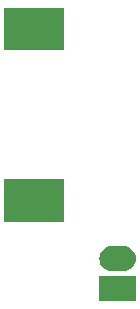
<source format=gbr>
G04 #@! TF.GenerationSoftware,KiCad,Pcbnew,(5.0.2)-1*
G04 #@! TF.CreationDate,2021-08-28T19:43:05+01:00*
G04 #@! TF.ProjectId,HL-GM1-03-03-kicad,484c2d47-4d31-42d3-9033-2d30332d6b69,rev?*
G04 #@! TF.SameCoordinates,Original*
G04 #@! TF.FileFunction,Soldermask,Top*
G04 #@! TF.FilePolarity,Negative*
%FSLAX46Y46*%
G04 Gerber Fmt 4.6, Leading zero omitted, Abs format (unit mm)*
G04 Created by KiCad (PCBNEW (5.0.2)-1) date 28/08/2021 19:43:05*
%MOMM*%
%LPD*%
G01*
G04 APERTURE LIST*
%ADD10C,0.100000*%
G04 APERTURE END LIST*
D10*
G36*
X3128000Y-15781000D02*
X26000Y-15781000D01*
X26000Y-13679000D01*
X3128000Y-13679000D01*
X3128000Y-15781000D01*
X3128000Y-15781000D01*
G37*
G36*
X2159510Y-11142041D02*
X2283032Y-11154207D01*
X2481146Y-11214305D01*
X2663729Y-11311897D01*
X2823765Y-11443235D01*
X2955103Y-11603271D01*
X3052695Y-11785854D01*
X3112793Y-11983968D01*
X3133085Y-12190000D01*
X3112793Y-12396032D01*
X3052695Y-12594146D01*
X2955103Y-12776729D01*
X2823765Y-12936765D01*
X2663729Y-13068103D01*
X2481146Y-13165695D01*
X2283032Y-13225793D01*
X2159510Y-13237959D01*
X2128631Y-13241000D01*
X1025369Y-13241000D01*
X994490Y-13237959D01*
X870968Y-13225793D01*
X672854Y-13165695D01*
X490271Y-13068103D01*
X330235Y-12936765D01*
X198897Y-12776729D01*
X101305Y-12594146D01*
X41207Y-12396032D01*
X20915Y-12190000D01*
X41207Y-11983968D01*
X101305Y-11785854D01*
X198897Y-11603271D01*
X330235Y-11443235D01*
X490271Y-11311897D01*
X672854Y-11214305D01*
X870968Y-11154207D01*
X994490Y-11142041D01*
X1025369Y-11139000D01*
X2128631Y-11139000D01*
X2159510Y-11142041D01*
X2159510Y-11142041D01*
G37*
G36*
X-2949000Y-9051000D02*
X-8051000Y-9051000D01*
X-8051000Y-5449000D01*
X-2949000Y-5449000D01*
X-2949000Y-9051000D01*
X-2949000Y-9051000D01*
G37*
G36*
X-2949000Y5449000D02*
X-8051000Y5449000D01*
X-8051000Y9051000D01*
X-2949000Y9051000D01*
X-2949000Y5449000D01*
X-2949000Y5449000D01*
G37*
M02*

</source>
